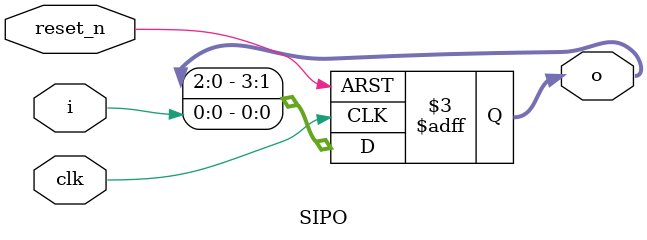
<source format=v>
`timescale 1ns / 1ps


module SIPO #(parameter size=4) (
    o,
    clk,
    reset_n,
    i
    );
    
    output reg [size-1:0]o;
    input clk;
    input reset_n;
    input i;
    
    always@(posedge clk or negedge reset_n)
    begin
        if(!reset_n)
            o <= 0;
            
        else
            o <= {o[size-2:0], i};
    end
endmodule

</source>
